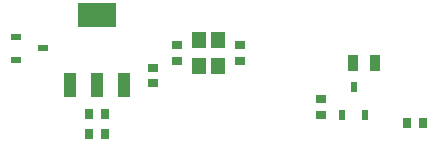
<source format=gbp>
%FSTAX23Y23*%
%MOIN*%
%SFA1B1*%

%IPPOS*%
%ADD16R,0.027560X0.037400*%
%ADD17R,0.037400X0.027560*%
%ADD46R,0.037400X0.055120*%
%ADD47R,0.023620X0.035430*%
%ADD48R,0.035430X0.023620*%
%ADD49R,0.047240X0.055120*%
%ADD50R,0.127950X0.084650*%
%ADD51R,0.039370X0.084650*%
%LNmidi_stick-1*%
%LPD*%
G54D16*
X0446Y02685D03*
X04409D03*
X03349Y02715D03*
X034D03*
X03349Y0265D03*
X034D03*
G54D17*
X0412Y02765D03*
Y02714D03*
X0356Y0287D03*
Y02819D03*
X03852Y02945D03*
Y02894D03*
X03642Y02945D03*
Y02894D03*
G54D46*
X04301Y02885D03*
X04228D03*
G54D47*
X0423Y02805D03*
X04192Y02714D03*
X04267D03*
G54D48*
X03195Y02935D03*
X03104Y02972D03*
Y02897D03*
G54D49*
X03778Y02876D03*
X03715D03*
X03778Y02963D03*
X03715D03*
G54D50*
X03375Y03045D03*
G54D51*
X03284Y02814D03*
X03375D03*
X03465D03*
M02*
</source>
